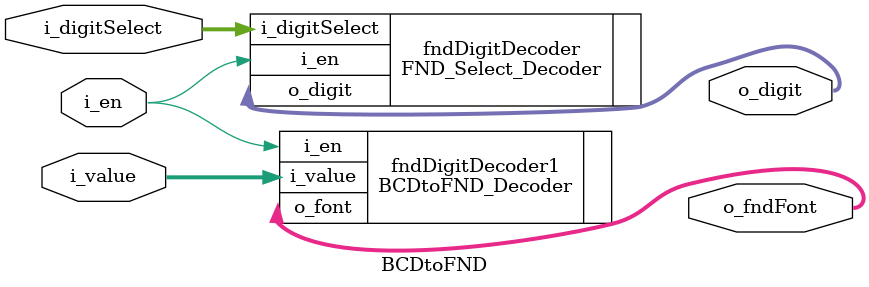
<source format=v>
`timescale 1ns / 1ps

module BCDtoFND (
    input [1:0] i_digitSelect,
    input [3:0] i_value,
    input i_en,
    output [3:0] o_digit,
    output [7:0] o_fndFont
);
FND_Select_Decoder fndDigitDecoder(
    .i_digitSelect(i_digitSelect),
    .i_en(i_en),
    .o_digit(o_digit)
);
BCDtoFND_Decoder fndDigitDecoder1(
    .i_value(i_value),
    .i_en(i_en),
    .o_font(o_fndFont)
);    
endmodule

</source>
